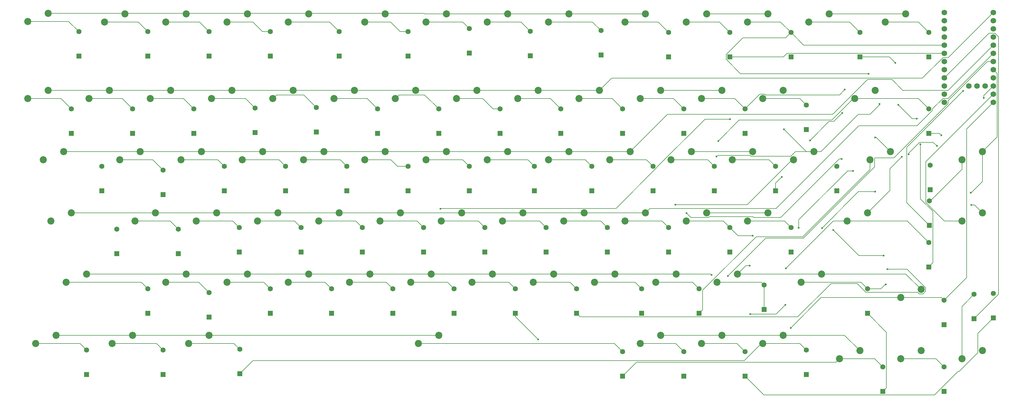
<source format=gbr>
%TF.GenerationSoftware,KiCad,Pcbnew,9.0.2*%
%TF.CreationDate,2025-06-24T14:03:34-04:00*%
%TF.ProjectId,allankeyboard,616c6c61-6e6b-4657-9962-6f6172642e6b,rev?*%
%TF.SameCoordinates,Original*%
%TF.FileFunction,Copper,L1,Top*%
%TF.FilePolarity,Positive*%
%FSLAX46Y46*%
G04 Gerber Fmt 4.6, Leading zero omitted, Abs format (unit mm)*
G04 Created by KiCad (PCBNEW 9.0.2) date 2025-06-24 14:03:34*
%MOMM*%
%LPD*%
G01*
G04 APERTURE LIST*
G04 Aperture macros list*
%AMRoundRect*
0 Rectangle with rounded corners*
0 $1 Rounding radius*
0 $2 $3 $4 $5 $6 $7 $8 $9 X,Y pos of 4 corners*
0 Add a 4 corners polygon primitive as box body*
4,1,4,$2,$3,$4,$5,$6,$7,$8,$9,$2,$3,0*
0 Add four circle primitives for the rounded corners*
1,1,$1+$1,$2,$3*
1,1,$1+$1,$4,$5*
1,1,$1+$1,$6,$7*
1,1,$1+$1,$8,$9*
0 Add four rect primitives between the rounded corners*
20,1,$1+$1,$2,$3,$4,$5,0*
20,1,$1+$1,$4,$5,$6,$7,0*
20,1,$1+$1,$6,$7,$8,$9,0*
20,1,$1+$1,$8,$9,$2,$3,0*%
G04 Aperture macros list end*
%TA.AperFunction,ComponentPad*%
%ADD10C,2.200000*%
%TD*%
%TA.AperFunction,ComponentPad*%
%ADD11RoundRect,0.250000X0.550000X-0.550000X0.550000X0.550000X-0.550000X0.550000X-0.550000X-0.550000X0*%
%TD*%
%TA.AperFunction,ComponentPad*%
%ADD12C,1.600000*%
%TD*%
%TA.AperFunction,ComponentPad*%
%ADD13C,1.752600*%
%TD*%
%TA.AperFunction,ViaPad*%
%ADD14C,0.600000*%
%TD*%
%TA.AperFunction,Conductor*%
%ADD15C,0.200000*%
%TD*%
G04 APERTURE END LIST*
D10*
%TO.P,S73,1,1*%
%TO.N,Row 5*%
X164618750Y-260763000D03*
%TO.P,S73,2,2*%
%TO.N,Net-(D60-K)*%
X158268750Y-263303000D03*
%TD*%
%TO.P,S7,1,1*%
%TO.N,Row 0*%
X262250000Y-160750500D03*
%TO.P,S7,2,2*%
%TO.N,Net-(D7-A)*%
X255900000Y-163290500D03*
%TD*%
%TO.P,S80,1,1*%
%TO.N,Row 6*%
X409887500Y-265525500D03*
%TO.P,S80,2,2*%
%TO.N,Net-(D27-K)*%
X403537500Y-268065500D03*
%TD*%
%TO.P,S35,1,1*%
%TO.N,Row 2*%
X243200000Y-203613000D03*
%TO.P,S35,2,2*%
%TO.N,Net-(D20-K)*%
X236850000Y-206153000D03*
%TD*%
%TO.P,S37,1,1*%
%TO.N,Row 2*%
X281300000Y-203613000D03*
%TO.P,S37,2,2*%
%TO.N,Net-(D22-K)*%
X274950000Y-206153000D03*
%TD*%
%TO.P,S63,1,1*%
%TO.N,Row 4*%
X238437500Y-241713000D03*
%TO.P,S63,2,2*%
%TO.N,Net-(D49-K)*%
X232087500Y-244253000D03*
%TD*%
%TO.P,S64,1,1*%
%TO.N,Row 4*%
X257487500Y-241713000D03*
%TO.P,S64,2,2*%
%TO.N,Net-(D50-K)*%
X251137500Y-244253000D03*
%TD*%
%TO.P,S31,1,1*%
%TO.N,Row 2*%
X167000000Y-203613000D03*
%TO.P,S31,2,2*%
%TO.N,Net-(D16-K)*%
X160650000Y-206153000D03*
%TD*%
%TO.P,S2,1,1*%
%TO.N,Row 0*%
X162237500Y-160750500D03*
%TO.P,S2,2,2*%
%TO.N,Net-(D2-A)*%
X155887500Y-163290500D03*
%TD*%
%TO.P,S56,1,1*%
%TO.N,Row 6*%
X362262500Y-222663000D03*
%TO.P,S56,2,2*%
%TO.N,Net-(D43-K)*%
X355912500Y-225203000D03*
%TD*%
%TO.P,S34,1,1*%
%TO.N,Row 2*%
X224150000Y-203613000D03*
%TO.P,S34,2,2*%
%TO.N,Net-(D19-K)*%
X217800000Y-206153000D03*
%TD*%
%TO.P,S30,1,1*%
%TO.N,Row 2*%
X143187500Y-203613000D03*
%TO.P,S30,2,2*%
%TO.N,Net-(D15-K)*%
X136837500Y-206153000D03*
%TD*%
%TO.P,S65,1,1*%
%TO.N,Row 4*%
X276537500Y-241713000D03*
%TO.P,S65,2,2*%
%TO.N,Net-(D51-K)*%
X270187500Y-244253000D03*
%TD*%
%TO.P,S23,1,1*%
%TO.N,Row 1*%
X290825000Y-184563000D03*
%TO.P,S23,2,2*%
%TO.N,Net-(D23-A)*%
X284475000Y-187103000D03*
%TD*%
%TO.P,S62,1,1*%
%TO.N,Row 4*%
X219387500Y-241713000D03*
%TO.P,S62,2,2*%
%TO.N,Net-(D48-K)*%
X213037500Y-244253000D03*
%TD*%
%TO.P,S50,1,1*%
%TO.N,Row 3*%
X247962500Y-222663000D03*
%TO.P,S50,2,2*%
%TO.N,Net-(D35-K)*%
X241612500Y-225203000D03*
%TD*%
%TO.P,S52,1,1*%
%TO.N,Row 3*%
X286062500Y-222663000D03*
%TO.P,S52,2,2*%
%TO.N,Net-(D37-K)*%
X279712500Y-225203000D03*
%TD*%
%TO.P,S71,1,1*%
%TO.N,Row 7*%
X409887500Y-246475500D03*
%TO.P,S71,2,2*%
%TO.N,Column 0*%
X403537500Y-249015500D03*
%TD*%
%TO.P,S69,1,1*%
%TO.N,Row 7*%
X352737500Y-241713000D03*
%TO.P,S69,2,2*%
%TO.N,Column 2*%
X346387500Y-244253000D03*
%TD*%
%TO.P,S57,1,1*%
%TO.N,Row 5*%
X393218750Y-222663000D03*
%TO.P,S57,2,2*%
%TO.N,Net-(D57-A)*%
X386868750Y-225203000D03*
%TD*%
%TO.P,S44,1,1*%
%TO.N,Row 5*%
X428937500Y-203613000D03*
%TO.P,S44,2,2*%
%TO.N,Net-(D44-A)*%
X422587500Y-206153000D03*
%TD*%
%TO.P,S55,1,1*%
%TO.N,Row 6*%
X343212500Y-222663000D03*
%TO.P,S55,2,2*%
%TO.N,Net-(D42-K)*%
X336862500Y-225203000D03*
%TD*%
%TO.P,S40,1,1*%
%TO.N,Row 7*%
X338450000Y-203613000D03*
%TO.P,S40,2,2*%
%TO.N,Column 4*%
X332100000Y-206153000D03*
%TD*%
%TO.P,S12,1,1*%
%TO.N,Row 7*%
X362262500Y-160750500D03*
%TO.P,S12,2,2*%
%TO.N,Column 9*%
X355912500Y-163290500D03*
%TD*%
%TO.P,S9,1,1*%
%TO.N,Row 0*%
X300350000Y-160750500D03*
%TO.P,S9,2,2*%
%TO.N,Net-(D9-A)*%
X294000000Y-163290500D03*
%TD*%
%TO.P,S45,1,1*%
%TO.N,Row 3*%
X145565000Y-222630000D03*
%TO.P,S45,2,2*%
%TO.N,Net-(D30-K)*%
X139215000Y-225170000D03*
%TD*%
%TO.P,S17,1,1*%
%TO.N,Row 1*%
X176525000Y-184563000D03*
%TO.P,S17,2,2*%
%TO.N,Net-(D17-A)*%
X170175000Y-187103000D03*
%TD*%
%TO.P,S79,1,1*%
%TO.N,Row 6*%
X390837500Y-265525500D03*
%TO.P,S79,2,2*%
%TO.N,Net-(D75-K)*%
X384487500Y-268065500D03*
%TD*%
%TO.P,S54,1,1*%
%TO.N,Row 3*%
X324162500Y-222663000D03*
%TO.P,S54,2,2*%
%TO.N,Net-(D39-K)*%
X317812500Y-225203000D03*
%TD*%
%TO.P,S81,1,1*%
%TO.N,Row 6*%
X428937500Y-265525500D03*
%TO.P,S81,2,2*%
%TO.N,Net-(D28-K)*%
X422587500Y-268065500D03*
%TD*%
%TO.P,S26,1,1*%
%TO.N,Row 7*%
X347975000Y-184563000D03*
%TO.P,S26,2,2*%
%TO.N,Column 7*%
X341625000Y-187103000D03*
%TD*%
%TO.P,S74,1,1*%
%TO.N,Row 5*%
X188431250Y-260763000D03*
%TO.P,S74,2,2*%
%TO.N,Net-(D61-K)*%
X182081250Y-263303000D03*
%TD*%
%TO.P,S3,1,1*%
%TO.N,Row 0*%
X181287500Y-160750500D03*
%TO.P,S3,2,2*%
%TO.N,Net-(D3-A)*%
X174937500Y-163290500D03*
%TD*%
%TO.P,S22,1,1*%
%TO.N,Row 1*%
X271775000Y-184563000D03*
%TO.P,S22,2,2*%
%TO.N,Net-(D22-A)*%
X265425000Y-187103000D03*
%TD*%
%TO.P,S33,1,1*%
%TO.N,Row 2*%
X205100000Y-203613000D03*
%TO.P,S33,2,2*%
%TO.N,Net-(D18-K)*%
X198750000Y-206153000D03*
%TD*%
%TO.P,S10,1,1*%
%TO.N,Row 0*%
X324162500Y-160750500D03*
%TO.P,S10,2,2*%
%TO.N,Net-(D10-A)*%
X317812500Y-163290500D03*
%TD*%
%TO.P,S24,1,1*%
%TO.N,Row 1*%
X309875000Y-184563000D03*
%TO.P,S24,2,2*%
%TO.N,Net-(D10-K)*%
X303525000Y-187103000D03*
%TD*%
%TO.P,S8,1,1*%
%TO.N,Row 0*%
X281300000Y-160750500D03*
%TO.P,S8,2,2*%
%TO.N,Net-(D8-A)*%
X274950000Y-163290500D03*
%TD*%
%TO.P,S41,1,1*%
%TO.N,Row 7*%
X357500000Y-203613000D03*
%TO.P,S41,2,2*%
%TO.N,Column 5*%
X351150000Y-206153000D03*
%TD*%
%TO.P,S77,1,1*%
%TO.N,Row 6*%
X347975000Y-260763000D03*
%TO.P,S77,2,2*%
%TO.N,Net-(D73-K)*%
X341625000Y-263303000D03*
%TD*%
%TO.P,S67,1,1*%
%TO.N,Row 4*%
X314637500Y-241713000D03*
%TO.P,S67,2,2*%
%TO.N,Net-(D53-K)*%
X308287500Y-244253000D03*
%TD*%
%TO.P,S21,1,1*%
%TO.N,Row 1*%
X252725000Y-184563000D03*
%TO.P,S21,2,2*%
%TO.N,Net-(D21-A)*%
X246375000Y-187103000D03*
%TD*%
%TO.P,S15,1,1*%
%TO.N,Row 1*%
X138425000Y-184563000D03*
%TO.P,S15,2,2*%
%TO.N,Net-(D1-K)*%
X132075000Y-187103000D03*
%TD*%
%TO.P,S38,1,1*%
%TO.N,Row 2*%
X300350000Y-203613000D03*
%TO.P,S38,2,2*%
%TO.N,Net-(D23-K)*%
X294000000Y-206153000D03*
%TD*%
%TO.P,S6,1,1*%
%TO.N,Row 0*%
X243200000Y-160750500D03*
%TO.P,S6,2,2*%
%TO.N,Net-(D6-A)*%
X236850000Y-163290500D03*
%TD*%
%TO.P,S20,1,1*%
%TO.N,Row 1*%
X233675000Y-184563000D03*
%TO.P,S20,2,2*%
%TO.N,Net-(D20-A)*%
X227325000Y-187103000D03*
%TD*%
%TO.P,S19,1,1*%
%TO.N,Row 1*%
X214625000Y-184563000D03*
%TO.P,S19,2,2*%
%TO.N,Net-(D19-A)*%
X208275000Y-187103000D03*
%TD*%
%TO.P,S18,1,1*%
%TO.N,Row 1*%
X195575000Y-184563000D03*
%TO.P,S18,2,2*%
%TO.N,Net-(D18-A)*%
X189225000Y-187103000D03*
%TD*%
%TO.P,S39,1,1*%
%TO.N,Row 2*%
X319400000Y-203613000D03*
%TO.P,S39,2,2*%
%TO.N,Net-(D24-K)*%
X313050000Y-206153000D03*
%TD*%
%TO.P,S13,1,1*%
%TO.N,Row 6*%
X381312500Y-160750500D03*
%TO.P,S13,2,2*%
%TO.N,Net-(D13-A)*%
X374962500Y-163290500D03*
%TD*%
%TO.P,S51,1,1*%
%TO.N,Row 3*%
X267012500Y-222663000D03*
%TO.P,S51,2,2*%
%TO.N,Net-(D36-K)*%
X260662500Y-225203000D03*
%TD*%
%TO.P,S75,1,1*%
%TO.N,Row 5*%
X259868750Y-260763000D03*
%TO.P,S75,2,2*%
%TO.N,Net-(D62-K)*%
X253518750Y-263303000D03*
%TD*%
%TO.P,S28,1,1*%
%TO.N,Row 5*%
X395600000Y-184563000D03*
%TO.P,S28,2,2*%
%TO.N,Net-(D28-A)*%
X389250000Y-187103000D03*
%TD*%
%TO.P,S16,1,1*%
%TO.N,Row 1*%
X157475000Y-184563000D03*
%TO.P,S16,2,2*%
%TO.N,Net-(D16-A)*%
X151125000Y-187103000D03*
%TD*%
%TO.P,S48,1,1*%
%TO.N,Row 3*%
X209862500Y-222663000D03*
%TO.P,S48,2,2*%
%TO.N,Net-(D33-K)*%
X203512500Y-225203000D03*
%TD*%
%TO.P,S72,1,1*%
%TO.N,Row 5*%
X140806250Y-260763000D03*
%TO.P,S72,2,2*%
%TO.N,Net-(D59-K)*%
X134456250Y-263303000D03*
%TD*%
%TO.P,S76,1,1*%
%TO.N,Row 6*%
X328925000Y-260763000D03*
%TO.P,S76,2,2*%
%TO.N,Net-(D72-K)*%
X322575000Y-263303000D03*
%TD*%
%TO.P,S11,1,1*%
%TO.N,Row 7*%
X343212500Y-160750500D03*
%TO.P,S11,2,2*%
%TO.N,Column 8*%
X336862500Y-163290500D03*
%TD*%
%TO.P,S68,1,1*%
%TO.N,Row 4*%
X333687500Y-241713000D03*
%TO.P,S68,2,2*%
%TO.N,Net-(D54-K)*%
X327337500Y-244253000D03*
%TD*%
%TO.P,S70,1,1*%
%TO.N,Row 7*%
X378931250Y-241713000D03*
%TO.P,S70,2,2*%
%TO.N,Column 3*%
X372581250Y-244253000D03*
%TD*%
%TO.P,S47,1,1*%
%TO.N,Row 3*%
X190812500Y-222663000D03*
%TO.P,S47,2,2*%
%TO.N,Net-(D32-K)*%
X184462500Y-225203000D03*
%TD*%
%TO.P,S14,1,1*%
%TO.N,Row 6*%
X405125000Y-160750500D03*
%TO.P,S14,2,2*%
%TO.N,Net-(D14-A)*%
X398775000Y-163290500D03*
%TD*%
%TO.P,S53,1,1*%
%TO.N,Row 3*%
X305112500Y-222663000D03*
%TO.P,S53,2,2*%
%TO.N,Net-(D38-K)*%
X298762500Y-225203000D03*
%TD*%
%TO.P,S4,1,1*%
%TO.N,Row 0*%
X200337500Y-160750500D03*
%TO.P,S4,2,2*%
%TO.N,Net-(D4-A)*%
X193987500Y-163290500D03*
%TD*%
%TO.P,S61,1,1*%
%TO.N,Row 4*%
X200337500Y-241713000D03*
%TO.P,S61,2,2*%
%TO.N,Net-(D47-K)*%
X193987500Y-244253000D03*
%TD*%
%TO.P,S36,1,1*%
%TO.N,Row 2*%
X262250000Y-203613000D03*
%TO.P,S36,2,2*%
%TO.N,Net-(D21-K)*%
X255900000Y-206153000D03*
%TD*%
%TO.P,S66,1,1*%
%TO.N,Row 4*%
X295587500Y-241713000D03*
%TO.P,S66,2,2*%
%TO.N,Net-(D52-K)*%
X289237500Y-244253000D03*
%TD*%
%TO.P,S42,1,1*%
%TO.N,Row 5*%
X376550000Y-203613000D03*
%TO.P,S42,2,2*%
%TO.N,Net-(D42-A)*%
X370200000Y-206153000D03*
%TD*%
%TO.P,S43,1,1*%
%TO.N,Row 5*%
X400362500Y-203613000D03*
%TO.P,S43,2,2*%
%TO.N,Net-(D43-A)*%
X394012500Y-206153000D03*
%TD*%
%TO.P,S1,1,1*%
%TO.N,Row 0*%
X138425000Y-160560000D03*
%TO.P,S1,2,2*%
%TO.N,Net-(D1-A)*%
X132075000Y-163100000D03*
%TD*%
%TO.P,S25,1,1*%
%TO.N,Row 7*%
X328925000Y-184563000D03*
%TO.P,S25,2,2*%
%TO.N,Column 6*%
X322575000Y-187103000D03*
%TD*%
%TO.P,S59,1,1*%
%TO.N,Row 4*%
X150331250Y-241713000D03*
%TO.P,S59,2,2*%
%TO.N,Net-(D45-K)*%
X143981250Y-244253000D03*
%TD*%
%TO.P,S5,1,1*%
%TO.N,Row 0*%
X219387500Y-160750500D03*
%TO.P,S5,2,2*%
%TO.N,Net-(D5-A)*%
X213037500Y-163290500D03*
%TD*%
%TO.P,S60,1,1*%
%TO.N,Row 4*%
X181287500Y-241713000D03*
%TO.P,S60,2,2*%
%TO.N,Net-(D46-K)*%
X174937500Y-244253000D03*
%TD*%
%TO.P,S27,1,1*%
%TO.N,Row 5*%
X367025000Y-184563000D03*
%TO.P,S27,2,2*%
%TO.N,Net-(D27-A)*%
X360675000Y-187103000D03*
%TD*%
%TO.P,S78,1,1*%
%TO.N,Row 6*%
X367025000Y-260763000D03*
%TO.P,S78,2,2*%
%TO.N,Net-(D74-K)*%
X360675000Y-263303000D03*
%TD*%
%TO.P,S58,1,1*%
%TO.N,Row 7*%
X428937500Y-222663000D03*
%TO.P,S58,2,2*%
%TO.N,Column 1*%
X422587500Y-225203000D03*
%TD*%
%TO.P,S46,1,1*%
%TO.N,Row 3*%
X171762500Y-222663000D03*
%TO.P,S46,2,2*%
%TO.N,Net-(D31-K)*%
X165412500Y-225203000D03*
%TD*%
%TO.P,S32,1,1*%
%TO.N,Row 2*%
X186050000Y-203613000D03*
%TO.P,S32,2,2*%
%TO.N,Net-(D17-K)*%
X179700000Y-206153000D03*
%TD*%
%TO.P,S49,1,1*%
%TO.N,Row 3*%
X228912500Y-222663000D03*
%TO.P,S49,2,2*%
%TO.N,Net-(D34-K)*%
X222562500Y-225203000D03*
%TD*%
D11*
%TO.P,D65,1,K*%
%TO.N,Net-(D57-A)*%
X283677400Y-253902400D03*
D12*
%TO.P,D65,2,A*%
%TO.N,Net-(D51-K)*%
X283677400Y-246282400D03*
%TD*%
D11*
%TO.P,D30,1,K*%
%TO.N,Net-(D30-K)*%
X155092600Y-215803200D03*
D12*
%TO.P,D30,2,A*%
%TO.N,Net-(D15-K)*%
X155092600Y-208183200D03*
%TD*%
D11*
%TO.P,D72,1,K*%
%TO.N,Net-(D72-K)*%
X150330200Y-272952000D03*
D12*
%TO.P,D72,2,A*%
%TO.N,Net-(D59-K)*%
X150330200Y-265332000D03*
%TD*%
D11*
%TO.P,D81,1,K*%
%TO.N,Column 5*%
X426330000Y-255620000D03*
D12*
%TO.P,D81,2,A*%
%TO.N,Net-(D28-K)*%
X426330000Y-248000000D03*
%TD*%
D11*
%TO.P,D55,1,K*%
%TO.N,Column 8*%
X350351000Y-234852800D03*
D12*
%TO.P,D55,2,A*%
%TO.N,Net-(D42-K)*%
X350351000Y-227232800D03*
%TD*%
D11*
%TO.P,D66,1,K*%
%TO.N,Net-(D44-A)*%
X302727000Y-253902400D03*
D12*
%TO.P,D66,2,A*%
%TO.N,Net-(D52-K)*%
X302727000Y-246282400D03*
%TD*%
D11*
%TO.P,D14,1,K*%
%TO.N,Column 7*%
X412262200Y-174132200D03*
D12*
%TO.P,D14,2,A*%
%TO.N,Net-(D14-A)*%
X412262200Y-166512200D03*
%TD*%
D11*
%TO.P,D12,1,K*%
%TO.N,unconnected-(D12-K-Pad1)*%
X369400600Y-174132200D03*
D12*
%TO.P,D12,2,A*%
%TO.N,Column 9*%
X369400600Y-166512200D03*
%TD*%
D11*
%TO.P,D25,1,K*%
%TO.N,Column 6*%
X336063800Y-197944200D03*
D12*
%TO.P,D25,2,A*%
X336063800Y-190324200D03*
%TD*%
D11*
%TO.P,D70,1,K*%
%TO.N,Column 3*%
X393212600Y-253902400D03*
D12*
%TO.P,D70,2,A*%
X393212600Y-246282400D03*
%TD*%
D11*
%TO.P,D10,1,K*%
%TO.N,Net-(D10-K)*%
X331301400Y-174132200D03*
D12*
%TO.P,D10,2,A*%
%TO.N,Net-(D10-A)*%
X331301400Y-166512200D03*
%TD*%
D11*
%TO.P,D28,1,K*%
%TO.N,Net-(D28-K)*%
X412262200Y-197944200D03*
D12*
%TO.P,D28,2,A*%
%TO.N,Net-(D28-A)*%
X412262200Y-190324200D03*
%TD*%
D11*
%TO.P,D7,1,K*%
%TO.N,Net-(D21-A)*%
X269393750Y-172942500D03*
D12*
%TO.P,D7,2,A*%
%TO.N,Net-(D7-A)*%
X269393750Y-165322500D03*
%TD*%
D11*
%TO.P,D80,1,K*%
%TO.N,Column 4*%
X417024600Y-278225500D03*
D12*
%TO.P,D80,2,A*%
%TO.N,Net-(D27-K)*%
X417024600Y-270605500D03*
%TD*%
D11*
%TO.P,D50,1,K*%
%TO.N,Net-(D50-K)*%
X255103000Y-234852800D03*
D12*
%TO.P,D50,2,A*%
%TO.N,Net-(D35-K)*%
X255103000Y-227232800D03*
%TD*%
D11*
%TO.P,D32,1,K*%
%TO.N,Net-(D32-K)*%
X193191800Y-215803200D03*
D12*
%TO.P,D32,2,A*%
%TO.N,Net-(D17-K)*%
X193191800Y-208183200D03*
%TD*%
D11*
%TO.P,D13,1,K*%
%TO.N,Column 6*%
X390831400Y-174132200D03*
D12*
%TO.P,D13,2,A*%
%TO.N,Net-(D13-A)*%
X390831400Y-166512200D03*
%TD*%
D11*
%TO.P,D31,1,K*%
%TO.N,Net-(D31-K)*%
X174142200Y-216993800D03*
D12*
%TO.P,D31,2,A*%
%TO.N,Net-(D16-K)*%
X174142200Y-209373800D03*
%TD*%
D11*
%TO.P,D69,1,K*%
%TO.N,Column 2*%
X361066400Y-252711800D03*
D12*
%TO.P,D69,2,A*%
X361066400Y-245091800D03*
%TD*%
D11*
%TO.P,D24,1,K*%
%TO.N,Net-(D24-K)*%
X317014200Y-197944200D03*
D12*
%TO.P,D24,2,A*%
%TO.N,Net-(D10-K)*%
X317014200Y-190324200D03*
%TD*%
D11*
%TO.P,D23,1,K*%
%TO.N,Net-(D23-K)*%
X297810000Y-197944200D03*
D12*
%TO.P,D23,2,A*%
%TO.N,Net-(D23-A)*%
X297810000Y-190324200D03*
%TD*%
D11*
%TO.P,D34,1,K*%
%TO.N,Net-(D34-K)*%
X231291000Y-215803200D03*
D12*
%TO.P,D34,2,A*%
%TO.N,Net-(D19-K)*%
X231291000Y-208183200D03*
%TD*%
D11*
%TO.P,D8,1,K*%
%TO.N,Net-(D22-A)*%
X288325000Y-173770000D03*
D12*
%TO.P,D8,2,A*%
%TO.N,Net-(D8-A)*%
X288325000Y-166150000D03*
%TD*%
D11*
%TO.P,D48,1,K*%
%TO.N,Net-(D48-K)*%
X217003800Y-234852800D03*
D12*
%TO.P,D48,2,A*%
%TO.N,Net-(D33-K)*%
X217003800Y-227232800D03*
%TD*%
D11*
%TO.P,D37,1,K*%
%TO.N,Net-(D37-K)*%
X289630400Y-215803200D03*
D12*
%TO.P,D37,2,A*%
%TO.N,Net-(D22-K)*%
X289630400Y-208183200D03*
%TD*%
D11*
%TO.P,D74,1,K*%
%TO.N,Net-(D74-K)*%
X197954200Y-272713800D03*
D12*
%TO.P,D74,2,A*%
%TO.N,Net-(D61-K)*%
X197954200Y-265093800D03*
%TD*%
D11*
%TO.P,D33,1,K*%
%TO.N,Net-(D33-K)*%
X212241400Y-215803200D03*
D12*
%TO.P,D33,2,A*%
%TO.N,Net-(D18-K)*%
X212241400Y-208183200D03*
%TD*%
D11*
%TO.P,D49,1,K*%
%TO.N,Net-(D49-K)*%
X236053400Y-234852800D03*
D12*
%TO.P,D49,2,A*%
%TO.N,Net-(D34-K)*%
X236053400Y-227232800D03*
%TD*%
D11*
%TO.P,D20,1,K*%
%TO.N,Net-(D20-K)*%
X240815800Y-197944200D03*
D12*
%TO.P,D20,2,A*%
%TO.N,Net-(D20-A)*%
X240815800Y-190324200D03*
%TD*%
D11*
%TO.P,D78,1,K*%
%TO.N,Column 2*%
X374163000Y-272952000D03*
D12*
%TO.P,D78,2,A*%
%TO.N,Net-(D74-K)*%
X374163000Y-265332000D03*
%TD*%
D11*
%TO.P,D75,1,K*%
%TO.N,Net-(D75-K)*%
X317014200Y-273463000D03*
D12*
%TO.P,D75,2,A*%
%TO.N,Net-(D62-K)*%
X317014200Y-265843000D03*
%TD*%
D11*
%TO.P,D4,1,K*%
%TO.N,Net-(D18-A)*%
X207481250Y-173895000D03*
D12*
%TO.P,D4,2,A*%
%TO.N,Net-(D4-A)*%
X207481250Y-166275000D03*
%TD*%
D11*
%TO.P,D77,1,K*%
%TO.N,Column 1*%
X355113400Y-273463000D03*
D12*
%TO.P,D77,2,A*%
%TO.N,Net-(D73-K)*%
X355113400Y-265843000D03*
%TD*%
D11*
%TO.P,D9,1,K*%
%TO.N,Net-(D23-A)*%
X310325000Y-173580000D03*
D12*
%TO.P,D9,2,A*%
%TO.N,Net-(D9-A)*%
X310325000Y-165960000D03*
%TD*%
D11*
%TO.P,D1,1,K*%
%TO.N,Net-(D1-K)*%
X147950000Y-173895000D03*
D12*
%TO.P,D1,2,A*%
%TO.N,Net-(D1-A)*%
X147950000Y-166275000D03*
%TD*%
D11*
%TO.P,D35,1,K*%
%TO.N,Net-(D35-K)*%
X250340600Y-215803200D03*
D12*
%TO.P,D35,2,A*%
%TO.N,Net-(D20-K)*%
X250340600Y-208183200D03*
%TD*%
D11*
%TO.P,D56,1,K*%
%TO.N,Column 9*%
X369400600Y-234852800D03*
D12*
%TO.P,D56,2,A*%
%TO.N,Net-(D43-K)*%
X369400600Y-227232800D03*
%TD*%
D11*
%TO.P,D26,1,K*%
%TO.N,Column 7*%
X355113400Y-197944200D03*
D12*
%TO.P,D26,2,A*%
X355113400Y-190324200D03*
%TD*%
D11*
%TO.P,D11,1,K*%
%TO.N,Column 8*%
X350351000Y-174132200D03*
D12*
%TO.P,D11,2,A*%
X350351000Y-166512200D03*
%TD*%
D11*
%TO.P,D17,1,K*%
%TO.N,Net-(D17-K)*%
X183667000Y-197944200D03*
D12*
%TO.P,D17,2,A*%
%TO.N,Net-(D17-A)*%
X183667000Y-190324200D03*
%TD*%
D11*
%TO.P,D2,1,K*%
%TO.N,Net-(D16-A)*%
X169381250Y-173895000D03*
D12*
%TO.P,D2,2,A*%
%TO.N,Net-(D2-A)*%
X169381250Y-166275000D03*
%TD*%
D11*
%TO.P,D60,1,K*%
%TO.N,Net-(D60-K)*%
X188429400Y-255093000D03*
D12*
%TO.P,D60,2,A*%
%TO.N,Net-(D46-K)*%
X188429400Y-247473000D03*
%TD*%
D11*
%TO.P,D15,1,K*%
%TO.N,Net-(D15-K)*%
X145567800Y-197944200D03*
D12*
%TO.P,D15,2,A*%
%TO.N,Net-(D1-K)*%
X145567800Y-190324200D03*
%TD*%
D11*
%TO.P,D79,1,K*%
%TO.N,Column 3*%
X397975000Y-278225500D03*
D12*
%TO.P,D79,2,A*%
%TO.N,Net-(D75-K)*%
X397975000Y-270605500D03*
%TD*%
D11*
%TO.P,D59,1,K*%
%TO.N,Net-(D59-K)*%
X169379800Y-253902400D03*
D12*
%TO.P,D59,2,A*%
%TO.N,Net-(D45-K)*%
X169379800Y-246282400D03*
%TD*%
D11*
%TO.P,D42,1,K*%
%TO.N,Net-(D42-K)*%
X383687800Y-215803200D03*
D12*
%TO.P,D42,2,A*%
%TO.N,Net-(D42-A)*%
X383687800Y-208183200D03*
%TD*%
D11*
%TO.P,D73,1,K*%
%TO.N,Net-(D73-K)*%
X174142200Y-272952000D03*
D12*
%TO.P,D73,2,A*%
%TO.N,Net-(D60-K)*%
X174142200Y-265332000D03*
%TD*%
D11*
%TO.P,D47,1,K*%
%TO.N,Net-(D47-K)*%
X197797500Y-234852800D03*
D12*
%TO.P,D47,2,A*%
%TO.N,Net-(D32-K)*%
X197797500Y-227232800D03*
%TD*%
D11*
%TO.P,D39,1,K*%
%TO.N,Net-(D39-K)*%
X326539000Y-215803200D03*
D12*
%TO.P,D39,2,A*%
%TO.N,Net-(D24-K)*%
X326539000Y-208183200D03*
%TD*%
D11*
%TO.P,D64,1,K*%
%TO.N,Net-(D28-A)*%
X264627800Y-253902400D03*
D12*
%TO.P,D64,2,A*%
%TO.N,Net-(D50-K)*%
X264627800Y-246282400D03*
%TD*%
D11*
%TO.P,D38,1,K*%
%TO.N,Net-(D38-K)*%
X307489400Y-215803200D03*
D12*
%TO.P,D38,2,A*%
%TO.N,Net-(D23-K)*%
X307489400Y-208183200D03*
%TD*%
D11*
%TO.P,D53,1,K*%
%TO.N,Net-(D53-K)*%
X312251800Y-234852800D03*
D12*
%TO.P,D53,2,A*%
%TO.N,Net-(D38-K)*%
X312251800Y-227232800D03*
%TD*%
D11*
%TO.P,D5,1,K*%
%TO.N,Net-(D19-A)*%
X228912500Y-173895000D03*
D12*
%TO.P,D5,2,A*%
%TO.N,Net-(D5-A)*%
X228912500Y-166275000D03*
%TD*%
D11*
%TO.P,D52,1,K*%
%TO.N,Net-(D52-K)*%
X293202200Y-234852800D03*
D12*
%TO.P,D52,2,A*%
%TO.N,Net-(D37-K)*%
X293202200Y-227232800D03*
%TD*%
D11*
%TO.P,D3,1,K*%
%TO.N,Net-(D17-A)*%
X188431250Y-173895000D03*
D12*
%TO.P,D3,2,A*%
%TO.N,Net-(D3-A)*%
X188431250Y-166275000D03*
%TD*%
D11*
%TO.P,D19,1,K*%
%TO.N,Net-(D19-K)*%
X221766200Y-197467800D03*
D12*
%TO.P,D19,2,A*%
%TO.N,Net-(D19-A)*%
X221766200Y-189847800D03*
%TD*%
D11*
%TO.P,D27,1,K*%
%TO.N,Net-(D27-K)*%
X374163000Y-196753600D03*
D12*
%TO.P,D27,2,A*%
%TO.N,Net-(D27-A)*%
X374163000Y-189133600D03*
%TD*%
D11*
%TO.P,D36,1,K*%
%TO.N,Net-(D36-K)*%
X269390200Y-215803200D03*
D12*
%TO.P,D36,2,A*%
%TO.N,Net-(D21-K)*%
X269390200Y-208183200D03*
%TD*%
D11*
%TO.P,D62,1,K*%
%TO.N,Net-(D62-K)*%
X226528600Y-253902400D03*
D12*
%TO.P,D62,2,A*%
%TO.N,Net-(D48-K)*%
X226528600Y-246282400D03*
%TD*%
D11*
%TO.P,D76,1,K*%
%TO.N,Column 0*%
X336063800Y-273463000D03*
D12*
%TO.P,D76,2,A*%
%TO.N,Net-(D72-K)*%
X336063800Y-265843000D03*
%TD*%
D11*
%TO.P,D57,1,K*%
%TO.N,Net-(D13-A)*%
X412250000Y-239470000D03*
D12*
%TO.P,D57,2,A*%
%TO.N,Net-(D57-A)*%
X412250000Y-231850000D03*
%TD*%
D11*
%TO.P,D16,1,K*%
%TO.N,Net-(D16-K)*%
X164617400Y-197944200D03*
D12*
%TO.P,D16,2,A*%
%TO.N,Net-(D16-A)*%
X164617400Y-190324200D03*
%TD*%
D11*
%TO.P,D68,1,K*%
%TO.N,Net-(D43-A)*%
X340826200Y-253902400D03*
D12*
%TO.P,D68,2,A*%
%TO.N,Net-(D54-K)*%
X340826200Y-246282400D03*
%TD*%
D11*
%TO.P,D6,1,K*%
%TO.N,Net-(D20-A)*%
X250343750Y-173895000D03*
D12*
%TO.P,D6,2,A*%
%TO.N,Net-(D6-A)*%
X250343750Y-166275000D03*
%TD*%
D11*
%TO.P,D43,1,K*%
%TO.N,Net-(D43-K)*%
X412700000Y-215420000D03*
D12*
%TO.P,D43,2,A*%
%TO.N,Net-(D43-A)*%
X412700000Y-207800000D03*
%TD*%
D11*
%TO.P,D46,1,K*%
%TO.N,Net-(D46-K)*%
X178825000Y-235330000D03*
D12*
%TO.P,D46,2,A*%
%TO.N,Net-(D31-K)*%
X178825000Y-227710000D03*
%TD*%
D11*
%TO.P,D71,1,K*%
%TO.N,Column 0*%
X417024600Y-257474200D03*
D12*
%TO.P,D71,2,A*%
X417024600Y-249854200D03*
%TD*%
D11*
%TO.P,D54,1,K*%
%TO.N,Net-(D54-K)*%
X331301400Y-234852800D03*
D12*
%TO.P,D54,2,A*%
%TO.N,Net-(D39-K)*%
X331301400Y-227232800D03*
%TD*%
D11*
%TO.P,D18,1,K*%
%TO.N,Net-(D18-K)*%
X202716600Y-197706000D03*
D12*
%TO.P,D18,2,A*%
%TO.N,Net-(D18-A)*%
X202716600Y-190086000D03*
%TD*%
D11*
%TO.P,D58,1,K*%
%TO.N,Column 1*%
X432350000Y-255310000D03*
D12*
%TO.P,D58,2,A*%
X432350000Y-247690000D03*
%TD*%
D11*
%TO.P,D21,1,K*%
%TO.N,Net-(D21-K)*%
X259865400Y-197944200D03*
D12*
%TO.P,D21,2,A*%
%TO.N,Net-(D21-A)*%
X259865400Y-190324200D03*
%TD*%
D11*
%TO.P,D51,1,K*%
%TO.N,Net-(D51-K)*%
X274152600Y-234852800D03*
D12*
%TO.P,D51,2,A*%
%TO.N,Net-(D36-K)*%
X274152600Y-227232800D03*
%TD*%
D11*
%TO.P,D22,1,K*%
%TO.N,Net-(D22-K)*%
X278915000Y-197944200D03*
D12*
%TO.P,D22,2,A*%
%TO.N,Net-(D22-A)*%
X278915000Y-190324200D03*
%TD*%
D11*
%TO.P,D67,1,K*%
%TO.N,Net-(D42-A)*%
X322967200Y-253902400D03*
D12*
%TO.P,D67,2,A*%
%TO.N,Net-(D53-K)*%
X322967200Y-246282400D03*
%TD*%
D13*
%TO.P,U1,1,1*%
%TO.N,Row 1*%
X432370000Y-160310000D03*
%TO.P,U1,2,0*%
%TO.N,Row 0*%
X432370000Y-162850000D03*
%TO.P,U1,3,GND*%
%TO.N,GND*%
X432370000Y-165390000D03*
%TO.P,U1,4,GND*%
%TO.N,unconnected-(U1-GND-Pad4)*%
X432370000Y-167930000D03*
%TO.P,U1,5,2*%
%TO.N,Row 2*%
X432370000Y-170470000D03*
%TO.P,U1,6,3*%
%TO.N,Row 3*%
X432370000Y-173010000D03*
%TO.P,U1,7,4*%
%TO.N,Row 4*%
X432370000Y-175550000D03*
%TO.P,U1,8,5*%
%TO.N,Row 5*%
X432370000Y-178090000D03*
%TO.P,U1,9,6*%
%TO.N,Row 6*%
X432370000Y-180630000D03*
%TO.P,U1,10,7*%
%TO.N,Row 7*%
X432370000Y-183170000D03*
%TO.P,U1,11,8*%
%TO.N,Column 1*%
X432370000Y-185710000D03*
%TO.P,U1,12,9*%
%TO.N,Column 0*%
X432370000Y-188250000D03*
%TO.P,U1,13,10*%
%TO.N,Column 2*%
X417130000Y-188250000D03*
%TO.P,U1,14,16*%
%TO.N,Column 3*%
X417130000Y-185710000D03*
%TO.P,U1,15,14*%
%TO.N,Column 4*%
X417130000Y-183170000D03*
%TO.P,U1,16,15*%
%TO.N,Column 5*%
X417130000Y-180630000D03*
%TO.P,U1,17,18*%
%TO.N,Column 6*%
X417130000Y-178090000D03*
%TO.P,U1,18,19*%
%TO.N,Column 7*%
X417130000Y-175550000D03*
%TO.P,U1,19,20*%
%TO.N,Column 8*%
X417130000Y-173010000D03*
%TO.P,U1,20,21*%
%TO.N,Column 9*%
X417130000Y-170470000D03*
%TO.P,U1,21,3.3v*%
%TO.N,unconnected-(U1-3.3v-Pad21)*%
X417130000Y-167930000D03*
%TO.P,U1,22,RST*%
%TO.N,unconnected-(U1-RST-Pad22)*%
X417130000Y-165390000D03*
%TO.P,U1,23,GND*%
%TO.N,unconnected-(U1-GND-Pad23)*%
X417130000Y-162850000D03*
%TO.P,U1,24,B+*%
%TO.N,unconnected-(U1-B+-Pad24)*%
X417130000Y-160310000D03*
%TO.P,U1,25,1*%
%TO.N,unconnected-(U1-1-Pad25)*%
X429830000Y-183170000D03*
%TO.P,U1,26,2*%
%TO.N,unconnected-(U1-2-Pad26)*%
X427290000Y-183170000D03*
%TO.P,U1,27,7*%
%TO.N,unconnected-(U1-7-Pad27)*%
X424750000Y-183170000D03*
%TD*%
D11*
%TO.P,D40,1,K*%
%TO.N,Column 4*%
X345588600Y-215803200D03*
D12*
%TO.P,D40,2,A*%
X345588600Y-208183200D03*
%TD*%
D11*
%TO.P,D63,1,K*%
%TO.N,Net-(D27-A)*%
X245578200Y-253902400D03*
D12*
%TO.P,D63,2,A*%
%TO.N,Net-(D49-K)*%
X245578200Y-246282400D03*
%TD*%
D11*
%TO.P,D41,1,K*%
%TO.N,Column 5*%
X364638200Y-215803200D03*
D12*
%TO.P,D41,2,A*%
X364638200Y-208183200D03*
%TD*%
D11*
%TO.P,D45,1,K*%
%TO.N,Net-(D45-K)*%
X159725000Y-235330000D03*
D12*
%TO.P,D45,2,A*%
%TO.N,Net-(D30-K)*%
X159725000Y-227710000D03*
%TD*%
D11*
%TO.P,D44,1,K*%
%TO.N,Net-(D14-A)*%
X412450000Y-226570000D03*
D12*
%TO.P,D44,2,A*%
%TO.N,Net-(D44-A)*%
X412450000Y-218950000D03*
%TD*%
D11*
%TO.P,D61,1,K*%
%TO.N,Net-(D61-K)*%
X207479000Y-253902400D03*
D12*
%TO.P,D61,2,A*%
%TO.N,Net-(D47-K)*%
X207479000Y-246282400D03*
%TD*%
D14*
%TO.N,Net-(D44-A)*%
X399420000Y-240140000D03*
%TO.N,Column 9*%
X385330000Y-191600000D03*
X375340000Y-200100000D03*
X393610000Y-179400000D03*
%TO.N,Column 5*%
X398200000Y-235980000D03*
X366560000Y-211510000D03*
X382520000Y-228010000D03*
%TO.N,Column 4*%
X336930000Y-222750000D03*
X385210000Y-205880000D03*
%TO.N,Column 0*%
X369350000Y-258430000D03*
%TO.N,Column 6*%
X401840000Y-176000000D03*
%TO.N,Column 7*%
X386140000Y-184340000D03*
%TO.N,Row 4*%
X344730000Y-241970000D03*
X349760000Y-242290000D03*
%TO.N,Column 2*%
X371840000Y-227280000D03*
X388780000Y-209610000D03*
%TO.N,Row 5*%
X396970000Y-188810000D03*
X367240000Y-196670000D03*
X425290000Y-216420000D03*
X403930000Y-205180000D03*
X406010000Y-204480000D03*
X414790000Y-201860000D03*
X395630000Y-199230000D03*
X346270000Y-205100000D03*
%TO.N,Column 3*%
X398930000Y-244900000D03*
%TO.N,Net-(D13-A)*%
X409680000Y-201300000D03*
X402780000Y-189040000D03*
X408560000Y-193380000D03*
%TO.N,Net-(D14-A)*%
X422920000Y-184700000D03*
%TO.N,Net-(D28-K)*%
X416140000Y-198530000D03*
%TO.N,Net-(D42-K)*%
X357470000Y-229770000D03*
%TO.N,Net-(D43-K)*%
X379090000Y-227360000D03*
X395630000Y-216070000D03*
%TO.N,Net-(D27-A)*%
X350470000Y-193520000D03*
X260370000Y-221410000D03*
%TO.N,Net-(D28-A)*%
X346830000Y-200260000D03*
%TO.N,Net-(D42-A)*%
X333490000Y-220100000D03*
%TO.N,Net-(D57-A)*%
X290750000Y-262000000D03*
X356760000Y-254180000D03*
X367680000Y-251290000D03*
X367850000Y-239940000D03*
%TO.N,Row 7*%
X425490000Y-220210000D03*
X356600000Y-239090000D03*
X429400000Y-186910000D03*
%TD*%
D15*
%TO.N,Row 0*%
X255329000Y-160560000D02*
X138425000Y-160560000D01*
X324162500Y-160750500D02*
X255519500Y-160750500D01*
X255519500Y-160750500D02*
X255329000Y-160560000D01*
%TO.N,Row 3*%
X325563500Y-221262000D02*
X324162500Y-222663000D01*
X408611450Y-195532000D02*
X390495816Y-195532000D01*
X413363200Y-190780250D02*
X408611450Y-195532000D01*
X324129500Y-222630000D02*
X324162500Y-222663000D01*
X413363200Y-190351846D02*
X413363200Y-190780250D01*
X390495816Y-195532000D02*
X364765816Y-221262000D01*
X418307300Y-187072700D02*
X416642346Y-187072700D01*
X364765816Y-221262000D02*
X325563500Y-221262000D01*
X432370000Y-173010000D02*
X418307300Y-187072700D01*
X416642346Y-187072700D02*
X413363200Y-190351846D01*
X145565000Y-222630000D02*
X324129500Y-222630000D01*
%TO.N,Column 8*%
X367027800Y-174132200D02*
X350351000Y-174132200D01*
X368150000Y-173010000D02*
X367027800Y-174132200D01*
X347129300Y-163290500D02*
X350351000Y-166512200D01*
X336862500Y-163290500D02*
X347129300Y-163290500D01*
X417130000Y-173010000D02*
X368150000Y-173010000D01*
%TO.N,Net-(D44-A)*%
X405533314Y-240140000D02*
X411288500Y-245895186D01*
X409307186Y-247876500D02*
X408814086Y-247383400D01*
X392756550Y-247383400D02*
X390027150Y-244654000D01*
X408814086Y-247383400D02*
X392756550Y-247383400D01*
X412758970Y-218950000D02*
X422587500Y-209121470D01*
X390027150Y-244654000D02*
X381855066Y-244654000D01*
X371505666Y-255003400D02*
X303828000Y-255003400D01*
X411288500Y-247055814D02*
X410467814Y-247876500D01*
X303828000Y-255003400D02*
X302727000Y-253902400D01*
X410467814Y-247876500D02*
X409307186Y-247876500D01*
X411288500Y-245895186D02*
X411288500Y-247055814D01*
X412450000Y-218950000D02*
X412758970Y-218950000D01*
X422587500Y-209121470D02*
X422587500Y-206153000D01*
X399420000Y-240140000D02*
X405533314Y-240140000D01*
X381855066Y-244654000D02*
X371505666Y-255003400D01*
%TO.N,Column 9*%
X369400600Y-166512200D02*
X366178900Y-163290500D01*
X417130000Y-170470000D02*
X373358400Y-170470000D01*
X381249000Y-194191000D02*
X382739000Y-194191000D01*
X393610000Y-179400000D02*
X353732640Y-179400000D01*
X366178900Y-163290500D02*
X355912500Y-163290500D01*
X354415540Y-168181500D02*
X367731300Y-168181500D01*
X349250000Y-173347040D02*
X354415540Y-168181500D01*
X349250000Y-174917360D02*
X349250000Y-173347040D01*
X382739000Y-194191000D02*
X385330000Y-191600000D01*
X375340000Y-200100000D02*
X381249000Y-194191000D01*
X353732640Y-179400000D02*
X349250000Y-174917360D01*
X367731300Y-168181500D02*
X369400600Y-166512200D01*
X373358400Y-170470000D02*
X369400600Y-166512200D01*
%TO.N,Column 5*%
X351150000Y-206153000D02*
X362608000Y-206153000D01*
X433948300Y-167843346D02*
X433948300Y-248001700D01*
X362608000Y-206153000D02*
X364638200Y-208183200D01*
X432857654Y-166752700D02*
X433948300Y-167843346D01*
X364638200Y-215803200D02*
X364638200Y-213431800D01*
X390490000Y-235980000D02*
X382520000Y-228010000D01*
X398200000Y-235980000D02*
X390490000Y-235980000D01*
X431007300Y-166752700D02*
X432857654Y-166752700D01*
X364638200Y-213431800D02*
X366560000Y-211510000D01*
X433948300Y-248001700D02*
X426330000Y-255620000D01*
X417130000Y-180630000D02*
X431007300Y-166752700D01*
%TO.N,Row 2*%
X331019000Y-191994000D02*
X382377686Y-191994000D01*
X400831935Y-181168000D02*
X404182935Y-184519000D01*
X418321000Y-184519000D02*
X432370000Y-170470000D01*
X143187500Y-203613000D02*
X319400000Y-203613000D01*
X393203686Y-181168000D02*
X400831935Y-181168000D01*
X382377686Y-191994000D02*
X393203686Y-181168000D01*
X319400000Y-203613000D02*
X331019000Y-191994000D01*
X404182935Y-184519000D02*
X418321000Y-184519000D01*
%TO.N,Column 4*%
X344054814Y-223802000D02*
X343792814Y-224064000D01*
X384433950Y-205880000D02*
X366249950Y-224064000D01*
X332100000Y-206153000D02*
X343558400Y-206153000D01*
X343558400Y-206153000D02*
X345588600Y-208183200D01*
X366249950Y-224064000D02*
X357846000Y-224064000D01*
X357584000Y-223802000D02*
X344054814Y-223802000D01*
X338244000Y-224064000D02*
X336930000Y-222750000D01*
X343792814Y-224064000D02*
X338244000Y-224064000D01*
X357846000Y-224064000D02*
X357584000Y-223802000D01*
X385210000Y-205880000D02*
X384433950Y-205880000D01*
%TO.N,Column 0*%
X424046500Y-242832300D02*
X417024600Y-249854200D01*
X403537500Y-249015500D02*
X416185900Y-249015500D01*
X424046500Y-196573500D02*
X424046500Y-242832300D01*
X416185900Y-249015500D02*
X417024600Y-249854200D01*
X432370000Y-188250000D02*
X424046500Y-196573500D01*
X378764500Y-249015500D02*
X403537500Y-249015500D01*
X369350000Y-258430000D02*
X378764500Y-249015500D01*
%TO.N,Column 6*%
X401840000Y-176000000D02*
X399972200Y-174132200D01*
X332842600Y-187103000D02*
X322575000Y-187103000D01*
X399972200Y-174132200D02*
X390831400Y-174132200D01*
X336063800Y-190324200D02*
X332842600Y-187103000D01*
%TO.N,Column 7*%
X361255314Y-185702000D02*
X359735600Y-185702000D01*
X341625000Y-187103000D02*
X351892200Y-187103000D01*
X386140000Y-184340000D02*
X384516000Y-185964000D01*
X351892200Y-187103000D02*
X355113400Y-190324200D01*
X361517314Y-185964000D02*
X361255314Y-185702000D01*
X384516000Y-185964000D02*
X361517314Y-185964000D01*
X359735600Y-185702000D02*
X355113400Y-190324200D01*
%TO.N,Row 1*%
X313671000Y-180767000D02*
X309875000Y-184563000D01*
X410248046Y-180767000D02*
X313671000Y-180767000D01*
X416642346Y-174372700D02*
X410248046Y-180767000D01*
X418307300Y-174372700D02*
X416642346Y-174372700D01*
X138425000Y-184563000D02*
X309875000Y-184563000D01*
X432370000Y-160310000D02*
X418307300Y-174372700D01*
%TO.N,Row 4*%
X418307300Y-187762346D02*
X418307300Y-188737654D01*
X395413500Y-208323600D02*
X373242100Y-230495000D01*
X344473000Y-241713000D02*
X333687500Y-241713000D01*
X395413500Y-205572686D02*
X395413500Y-208323600D01*
X150331250Y-241713000D02*
X333687500Y-241713000D01*
X430519646Y-175550000D02*
X418307300Y-187762346D01*
X361555000Y-230495000D02*
X349760000Y-242290000D01*
X432370000Y-175550000D02*
X430519646Y-175550000D01*
X373242100Y-230495000D02*
X361555000Y-230495000D01*
X418307300Y-188737654D02*
X401472268Y-205572686D01*
X344730000Y-241970000D02*
X344473000Y-241713000D01*
X401472268Y-205572686D02*
X395413500Y-205572686D01*
%TO.N,Column 2*%
X371840000Y-224790000D02*
X371840000Y-227280000D01*
X387020000Y-209610000D02*
X371840000Y-224790000D01*
X361066400Y-245091800D02*
X361066400Y-252711800D01*
X388780000Y-209610000D02*
X387020000Y-209610000D01*
X346387500Y-244253000D02*
X360227600Y-244253000D01*
X360227600Y-244253000D02*
X361066400Y-245091800D01*
%TO.N,Column 1*%
X414037440Y-279326500D02*
X421372532Y-271991408D01*
X411349000Y-206731000D02*
X411349000Y-219406050D01*
X421372532Y-271991408D02*
X421686776Y-271991408D01*
X421686776Y-271991408D02*
X427536500Y-266141684D01*
X427536500Y-266141684D02*
X427536500Y-260123500D01*
X417145950Y-225203000D02*
X422587500Y-225203000D01*
X360976900Y-279326500D02*
X414037440Y-279326500D01*
X355113400Y-273463000D02*
X360976900Y-279326500D01*
X411349000Y-219406050D02*
X417145950Y-225203000D01*
X432370000Y-185710000D02*
X411349000Y-206731000D01*
X427536500Y-260123500D02*
X432350000Y-255310000D01*
%TO.N,Row 5*%
X395979500Y-199230000D02*
X400362500Y-203613000D01*
X369357686Y-205014000D02*
X370758686Y-203613000D01*
X414790000Y-201860000D02*
X413629000Y-200699000D01*
X346270000Y-205100000D02*
X346618000Y-204752000D01*
X428937500Y-203613000D02*
X433547300Y-199003200D01*
X390373816Y-191994000D02*
X394033816Y-191994000D01*
X425448970Y-216420000D02*
X425290000Y-216420000D01*
X428937500Y-203613000D02*
X428937500Y-212931470D01*
X413629000Y-200699000D02*
X409431057Y-200699000D01*
X393218750Y-222663000D02*
X400173500Y-215708250D01*
X409431057Y-200699000D02*
X406010000Y-204120057D01*
X376550000Y-203613000D02*
X378754816Y-203613000D01*
X406010000Y-204120057D02*
X406010000Y-204480000D01*
X400173500Y-215708250D02*
X400173500Y-208936500D01*
X140806250Y-260763000D02*
X259868750Y-260763000D01*
X433547300Y-199003200D02*
X433547300Y-179267300D01*
X428937500Y-212931470D02*
X425448970Y-216420000D01*
X367240000Y-196670000D02*
X374183000Y-203613000D01*
X400173500Y-208936500D02*
X403930000Y-205180000D01*
X374183000Y-203613000D02*
X376550000Y-203613000D01*
X378754816Y-203613000D02*
X390373816Y-191994000D01*
X396970000Y-189057816D02*
X396970000Y-188810000D01*
X356919686Y-205014000D02*
X369357686Y-205014000D01*
X433547300Y-179267300D02*
X432370000Y-178090000D01*
X394033816Y-191994000D02*
X396970000Y-189057816D01*
X370758686Y-203613000D02*
X376550000Y-203613000D01*
X346618000Y-204752000D02*
X356657686Y-204752000D01*
X395630000Y-199230000D02*
X395979500Y-199230000D01*
X356657686Y-204752000D02*
X356919686Y-205014000D01*
%TO.N,Column 3*%
X397387600Y-246282400D02*
X393212600Y-246282400D01*
X372581250Y-244253000D02*
X391183200Y-244253000D01*
X399090000Y-277110500D02*
X399090000Y-259779800D01*
X391183200Y-244253000D02*
X393212600Y-246282400D01*
X399090000Y-259779800D02*
X393212600Y-253902400D01*
X398930000Y-244900000D02*
X398770000Y-244900000D01*
X398770000Y-244900000D02*
X397387600Y-246282400D01*
X397975000Y-278225500D02*
X399090000Y-277110500D01*
%TO.N,Net-(D1-A)*%
X132075000Y-163100000D02*
X144775000Y-163100000D01*
X144775000Y-163100000D02*
X147950000Y-166275000D01*
%TO.N,Net-(D1-K)*%
X142346600Y-187103000D02*
X145567800Y-190324200D01*
X132075000Y-187103000D02*
X142346600Y-187103000D01*
%TO.N,Net-(D16-A)*%
X161396200Y-187103000D02*
X164617400Y-190324200D01*
X151125000Y-187103000D02*
X161396200Y-187103000D01*
%TO.N,Net-(D2-A)*%
X155887500Y-163290500D02*
X166396750Y-163290500D01*
X166396750Y-163290500D02*
X169381250Y-166275000D01*
%TO.N,Net-(D3-A)*%
X185446750Y-163290500D02*
X188431250Y-166275000D01*
X174937500Y-163290500D02*
X185446750Y-163290500D01*
%TO.N,Net-(D17-A)*%
X180445800Y-187103000D02*
X183667000Y-190324200D01*
X170175000Y-187103000D02*
X180445800Y-187103000D01*
%TO.N,Net-(D18-A)*%
X202716600Y-190086000D02*
X199733600Y-187103000D01*
X199733600Y-187103000D02*
X189225000Y-187103000D01*
%TO.N,Net-(D4-A)*%
X202035970Y-163290500D02*
X205020470Y-166275000D01*
X193987500Y-163290500D02*
X202035970Y-163290500D01*
X205020470Y-166275000D02*
X207481250Y-166275000D01*
%TO.N,Net-(D19-A)*%
X217882400Y-185964000D02*
X209414000Y-185964000D01*
X209414000Y-185964000D02*
X208275000Y-187103000D01*
X221766200Y-189847800D02*
X217882400Y-185964000D01*
%TO.N,Net-(D5-A)*%
X213037500Y-163290500D02*
X225928000Y-163290500D01*
X225928000Y-163290500D02*
X228912500Y-166275000D01*
%TO.N,Net-(D6-A)*%
X244900500Y-163290500D02*
X247885000Y-166275000D01*
X247885000Y-166275000D02*
X250343750Y-166275000D01*
X236850000Y-163290500D02*
X244900500Y-163290500D01*
%TO.N,Net-(D20-A)*%
X237594600Y-187103000D02*
X227325000Y-187103000D01*
X240815800Y-190324200D02*
X237594600Y-187103000D01*
%TO.N,Net-(D7-A)*%
X267361750Y-163290500D02*
X269393750Y-165322500D01*
X255900000Y-163290500D02*
X267361750Y-163290500D01*
%TO.N,Net-(D21-A)*%
X247514000Y-185964000D02*
X246375000Y-187103000D01*
X259865400Y-190324200D02*
X255505200Y-185964000D01*
X255505200Y-185964000D02*
X247514000Y-185964000D01*
%TO.N,Net-(D8-A)*%
X285465500Y-163290500D02*
X274950000Y-163290500D01*
X288325000Y-166150000D02*
X285465500Y-163290500D01*
%TO.N,Net-(D22-A)*%
X265425000Y-187103000D02*
X273533000Y-187103000D01*
X273533000Y-187103000D02*
X276754200Y-190324200D01*
X276754200Y-190324200D02*
X278915000Y-190324200D01*
%TO.N,Net-(D9-A)*%
X294000000Y-163290500D02*
X307655500Y-163290500D01*
X307655500Y-163290500D02*
X310325000Y-165960000D01*
%TO.N,Net-(D23-A)*%
X294588800Y-187103000D02*
X284475000Y-187103000D01*
X297810000Y-190324200D02*
X294588800Y-187103000D01*
%TO.N,Net-(D10-K)*%
X317014200Y-190324200D02*
X313793000Y-187103000D01*
X313793000Y-187103000D02*
X303525000Y-187103000D01*
%TO.N,Net-(D10-A)*%
X331301400Y-166512200D02*
X328079700Y-163290500D01*
X328079700Y-163290500D02*
X317812500Y-163290500D01*
%TO.N,Net-(D13-A)*%
X407120000Y-193380000D02*
X402780000Y-189040000D01*
X413551000Y-238169000D02*
X413551000Y-222175150D01*
X412250000Y-239470000D02*
X413551000Y-238169000D01*
X409680000Y-218304150D02*
X409680000Y-201300000D01*
X374962500Y-163290500D02*
X387609700Y-163290500D01*
X387609700Y-163290500D02*
X390831400Y-166512200D01*
X413551000Y-222175150D02*
X409680000Y-218304150D01*
X408560000Y-193380000D02*
X407120000Y-193380000D01*
%TO.N,Net-(D14-A)*%
X412450000Y-226570000D02*
X405409000Y-219529000D01*
X405409000Y-219529000D02*
X405409000Y-202211000D01*
X412262200Y-166512200D02*
X409040500Y-163290500D01*
X409040500Y-163290500D02*
X398775000Y-163290500D01*
X405409000Y-202211000D02*
X422920000Y-184700000D01*
%TO.N,Net-(D16-K)*%
X170921400Y-206153000D02*
X174142200Y-209373800D01*
X160650000Y-206153000D02*
X170921400Y-206153000D01*
%TO.N,Net-(D17-K)*%
X191161600Y-206153000D02*
X193191800Y-208183200D01*
X179700000Y-206153000D02*
X191161600Y-206153000D01*
%TO.N,Net-(D18-K)*%
X210211200Y-206153000D02*
X212241400Y-208183200D01*
X198750000Y-206153000D02*
X210211200Y-206153000D01*
%TO.N,Net-(D19-K)*%
X229260800Y-206153000D02*
X231291000Y-208183200D01*
X217800000Y-206153000D02*
X229260800Y-206153000D01*
%TO.N,Net-(D20-K)*%
X236850000Y-206153000D02*
X244963000Y-206153000D01*
X246993200Y-208183200D02*
X250340600Y-208183200D01*
X244963000Y-206153000D02*
X246993200Y-208183200D01*
%TO.N,Net-(D21-K)*%
X267360000Y-206153000D02*
X269390200Y-208183200D01*
X255900000Y-206153000D02*
X267360000Y-206153000D01*
%TO.N,Net-(D22-K)*%
X274950000Y-206153000D02*
X287600200Y-206153000D01*
X287600200Y-206153000D02*
X289630400Y-208183200D01*
%TO.N,Net-(D23-K)*%
X305459200Y-206153000D02*
X307489400Y-208183200D01*
X294000000Y-206153000D02*
X305459200Y-206153000D01*
%TO.N,Net-(D24-K)*%
X324508800Y-206153000D02*
X326539000Y-208183200D01*
X313050000Y-206153000D02*
X324508800Y-206153000D01*
%TO.N,Net-(D27-K)*%
X403537500Y-268065500D02*
X414484600Y-268065500D01*
X414484600Y-268065500D02*
X417024600Y-270605500D01*
%TO.N,Net-(D28-K)*%
X415554200Y-197944200D02*
X412262200Y-197944200D01*
X422587500Y-251742500D02*
X426330000Y-248000000D01*
X422587500Y-268065500D02*
X422587500Y-251742500D01*
X416140000Y-198530000D02*
X415554200Y-197944200D01*
%TO.N,Net-(D31-K)*%
X165412500Y-225203000D02*
X176318000Y-225203000D01*
X176318000Y-225203000D02*
X178825000Y-227710000D01*
%TO.N,Net-(D32-K)*%
X184462500Y-225203000D02*
X195767700Y-225203000D01*
X195767700Y-225203000D02*
X197797500Y-227232800D01*
%TO.N,Net-(D33-K)*%
X214974000Y-225203000D02*
X217003800Y-227232800D01*
X203512500Y-225203000D02*
X214974000Y-225203000D01*
%TO.N,Net-(D34-K)*%
X222562500Y-225203000D02*
X234023600Y-225203000D01*
X234023600Y-225203000D02*
X236053400Y-227232800D01*
%TO.N,Net-(D35-K)*%
X253073200Y-225203000D02*
X255103000Y-227232800D01*
X241612500Y-225203000D02*
X253073200Y-225203000D01*
%TO.N,Net-(D36-K)*%
X272122800Y-225203000D02*
X274152600Y-227232800D01*
X260662500Y-225203000D02*
X272122800Y-225203000D01*
%TO.N,Net-(D37-K)*%
X279712500Y-225203000D02*
X291172400Y-225203000D01*
X291172400Y-225203000D02*
X293202200Y-227232800D01*
%TO.N,Net-(D38-K)*%
X298762500Y-225203000D02*
X310222000Y-225203000D01*
X310222000Y-225203000D02*
X312251800Y-227232800D01*
%TO.N,Net-(D39-K)*%
X317812500Y-225203000D02*
X329271600Y-225203000D01*
X329271600Y-225203000D02*
X331301400Y-227232800D01*
%TO.N,Net-(D42-K)*%
X336862500Y-225203000D02*
X348321200Y-225203000D01*
X357470000Y-229770000D02*
X352888200Y-229770000D01*
X352888200Y-229770000D02*
X350351000Y-227232800D01*
X348321200Y-225203000D02*
X350351000Y-227232800D01*
%TO.N,Net-(D43-K)*%
X395630000Y-216070000D02*
X390380000Y-216070000D01*
X355912500Y-225203000D02*
X367370800Y-225203000D01*
X390380000Y-216070000D02*
X379090000Y-227360000D01*
X367370800Y-225203000D02*
X369400600Y-227232800D01*
%TO.N,Net-(D45-K)*%
X167350400Y-244253000D02*
X143981250Y-244253000D01*
X169379800Y-246282400D02*
X167350400Y-244253000D01*
%TO.N,Net-(D46-K)*%
X188429400Y-247473000D02*
X185209400Y-244253000D01*
X185209400Y-244253000D02*
X174937500Y-244253000D01*
%TO.N,Net-(D47-K)*%
X205449600Y-244253000D02*
X193987500Y-244253000D01*
X207479000Y-246282400D02*
X205449600Y-244253000D01*
%TO.N,Net-(D48-K)*%
X224499200Y-244253000D02*
X213037500Y-244253000D01*
X226528600Y-246282400D02*
X224499200Y-244253000D01*
%TO.N,Net-(D49-K)*%
X243548800Y-244253000D02*
X232087500Y-244253000D01*
X245578200Y-246282400D02*
X243548800Y-244253000D01*
%TO.N,Net-(D50-K)*%
X264627800Y-246282400D02*
X262598400Y-244253000D01*
X262598400Y-244253000D02*
X251137500Y-244253000D01*
%TO.N,Net-(D51-K)*%
X281648000Y-244253000D02*
X283677400Y-246282400D01*
X270187500Y-244253000D02*
X281648000Y-244253000D01*
%TO.N,Net-(D52-K)*%
X300697600Y-244253000D02*
X302727000Y-246282400D01*
X289237500Y-244253000D02*
X300697600Y-244253000D01*
%TO.N,Net-(D53-K)*%
X308287500Y-244253000D02*
X320937800Y-244253000D01*
X320937800Y-244253000D02*
X322967200Y-246282400D01*
%TO.N,Net-(D54-K)*%
X327337500Y-244253000D02*
X338796800Y-244253000D01*
X338796800Y-244253000D02*
X340826200Y-246282400D01*
%TO.N,Net-(D59-K)*%
X134456250Y-263303000D02*
X148301200Y-263303000D01*
X148301200Y-263303000D02*
X150330200Y-265332000D01*
%TO.N,Net-(D60-K)*%
X172113200Y-263303000D02*
X174142200Y-265332000D01*
X158268750Y-263303000D02*
X172113200Y-263303000D01*
%TO.N,Net-(D61-K)*%
X182081250Y-263303000D02*
X196163400Y-263303000D01*
X196163400Y-263303000D02*
X197954200Y-265093800D01*
%TO.N,Net-(D62-K)*%
X317014200Y-265843000D02*
X314474200Y-263303000D01*
X314474200Y-263303000D02*
X253518750Y-263303000D01*
%TO.N,Net-(D27-A)*%
X360675000Y-187103000D02*
X372132400Y-187103000D01*
X327640000Y-208639250D02*
X315017250Y-221262000D01*
X315017250Y-221262000D02*
X260518000Y-221262000D01*
X350470000Y-193520000D02*
X342650000Y-193520000D01*
X372132400Y-187103000D02*
X374163000Y-189133600D01*
X342650000Y-193520000D02*
X327640000Y-208530000D01*
X327640000Y-208530000D02*
X327640000Y-208639250D01*
X260518000Y-221262000D02*
X260370000Y-221410000D01*
%TO.N,Net-(D28-A)*%
X388821530Y-187103000D02*
X389250000Y-187103000D01*
X389250000Y-187103000D02*
X409041000Y-187103000D01*
X353300000Y-193790000D02*
X382134530Y-193790000D01*
X346830000Y-200260000D02*
X353300000Y-193790000D01*
X409041000Y-187103000D02*
X412262200Y-190324200D01*
X382134530Y-193790000D02*
X388821530Y-187103000D01*
%TO.N,Net-(D42-A)*%
X355824530Y-220100000D02*
X333490000Y-220100000D01*
X370200000Y-206153000D02*
X369771530Y-206153000D01*
X369771530Y-206153000D02*
X355824530Y-220100000D01*
%TO.N,Net-(D43-A)*%
X373076000Y-230094000D02*
X358565186Y-230094000D01*
X341927200Y-246731986D02*
X341927200Y-252801400D01*
X394012500Y-206153000D02*
X394012500Y-209157500D01*
X358565186Y-230094000D02*
X341927200Y-246731986D01*
X394012500Y-209157500D02*
X373076000Y-230094000D01*
X341927200Y-252801400D02*
X340826200Y-253902400D01*
%TO.N,Net-(D57-A)*%
X290750000Y-262000000D02*
X283677400Y-254927400D01*
X386868750Y-225203000D02*
X405603000Y-225203000D01*
X364790000Y-254180000D02*
X356760000Y-254180000D01*
X283677400Y-254927400D02*
X283677400Y-253902400D01*
X382587000Y-225203000D02*
X367850000Y-239940000D01*
X386868750Y-225203000D02*
X382587000Y-225203000D01*
X405603000Y-225203000D02*
X412250000Y-231850000D01*
X367680000Y-251290000D02*
X364790000Y-254180000D01*
%TO.N,Net-(D72-K)*%
X333523800Y-263303000D02*
X336063800Y-265843000D01*
X322575000Y-263303000D02*
X333523800Y-263303000D01*
%TO.N,Net-(D73-K)*%
X341625000Y-263303000D02*
X352573400Y-263303000D01*
X352573400Y-263303000D02*
X355113400Y-265843000D01*
%TO.N,Net-(D74-K)*%
X197954200Y-272713800D02*
X202022186Y-268645814D01*
X360675000Y-263303000D02*
X372134000Y-263303000D01*
X360246530Y-263303000D02*
X360675000Y-263303000D01*
X202022186Y-268645814D02*
X354903716Y-268645814D01*
X354903716Y-268645814D02*
X360246530Y-263303000D01*
X372134000Y-263303000D02*
X374163000Y-265332000D01*
%TO.N,Net-(D75-K)*%
X384487500Y-268065500D02*
X395435000Y-268065500D01*
X384487500Y-268065500D02*
X383387501Y-269165499D01*
X321311701Y-269165499D02*
X317014200Y-273463000D01*
X395435000Y-268065500D02*
X397975000Y-270605500D01*
X383387501Y-269165499D02*
X321311701Y-269165499D01*
%TO.N,Row 7*%
X405125000Y-241713000D02*
X409887500Y-246475500D01*
X432370000Y-183170000D02*
X429400000Y-186140000D01*
X338450000Y-203613000D02*
X357500000Y-203613000D01*
X426484500Y-220210000D02*
X428937500Y-222663000D01*
X328925000Y-184563000D02*
X347975000Y-184563000D01*
X362262500Y-160750500D02*
X343212500Y-160750500D01*
X355360500Y-239090000D02*
X352737500Y-241713000D01*
X425490000Y-220210000D02*
X426484500Y-220210000D01*
X378931250Y-241713000D02*
X405125000Y-241713000D01*
X429400000Y-186140000D02*
X429400000Y-186910000D01*
X378931250Y-241713000D02*
X352737500Y-241713000D01*
X356600000Y-239090000D02*
X355360500Y-239090000D01*
%TO.N,Row 6*%
X405125000Y-160750500D02*
X381312500Y-160750500D01*
X362262500Y-222663000D02*
X343212500Y-222663000D01*
X390837500Y-265525500D02*
X386075000Y-260763000D01*
X328925000Y-260763000D02*
X367025000Y-260763000D01*
X386075000Y-260763000D02*
X367025000Y-260763000D01*
%TD*%
M02*

</source>
